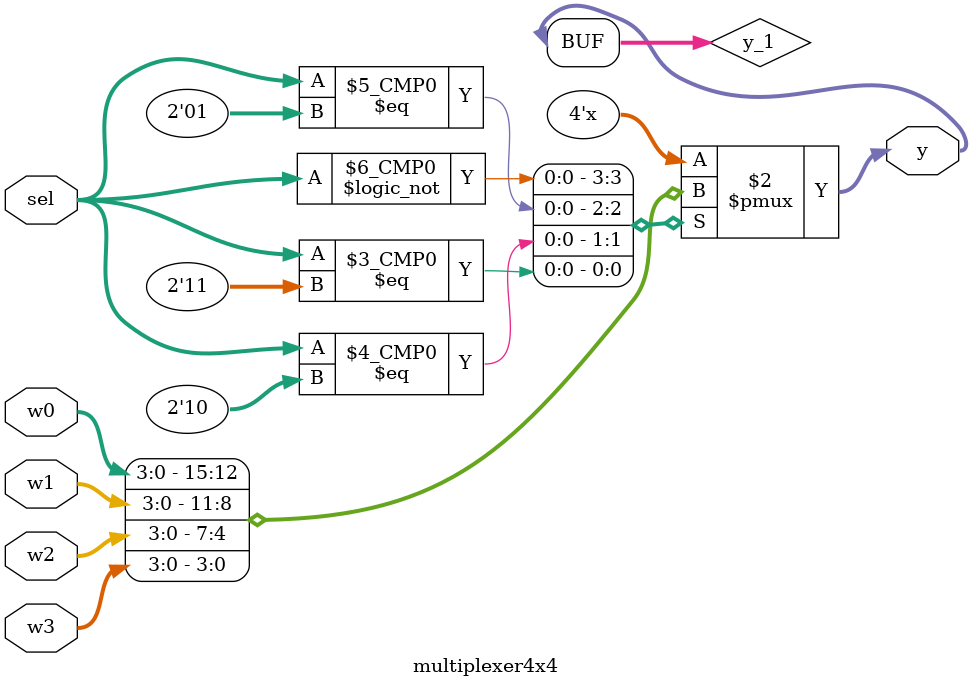
<source format=v>
`timescale 1 ns/1 ns

module multiplexer4x4 (
	input [3:0] w3 ,
	input [3:0] w2 ,
	input [3:0] w1 ,
	input [3:0] w0 ,
	input [1:0]	sel ,
	output [3:0] y );
	
	reg [3:0] y_1;
	always @(sel, w0, w1, w2, w3)
		case(sel)
			2'b00: y_1 = w0;
			2'b01: y_1 = w1;
			2'b10: y_1 = w2;
			2'b11: y_1 = w3;
		endcase
	assign y = y_1;
endmodule

</source>
